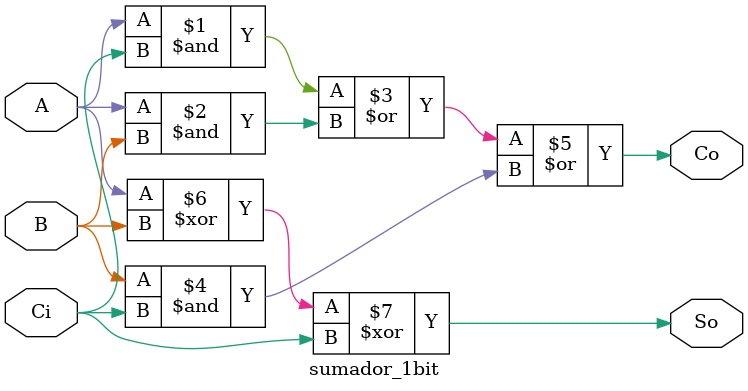
<source format=v>
module sumador_1bit (
  input A,
  input B,
  input Ci,
  output Co,
  output So
);
  assign Co = ((A & Ci) | (A & B) | (B & Ci)); // Esta es una operacion de AND y OR, Co sera 1 cuando al menos dos entradas sean 1
  assign So = (( A ^ B ^ Ci) ); // Esta es una XOR, So sera 1 cuando un numero impar de entradas sea 1
endmodule


</source>
